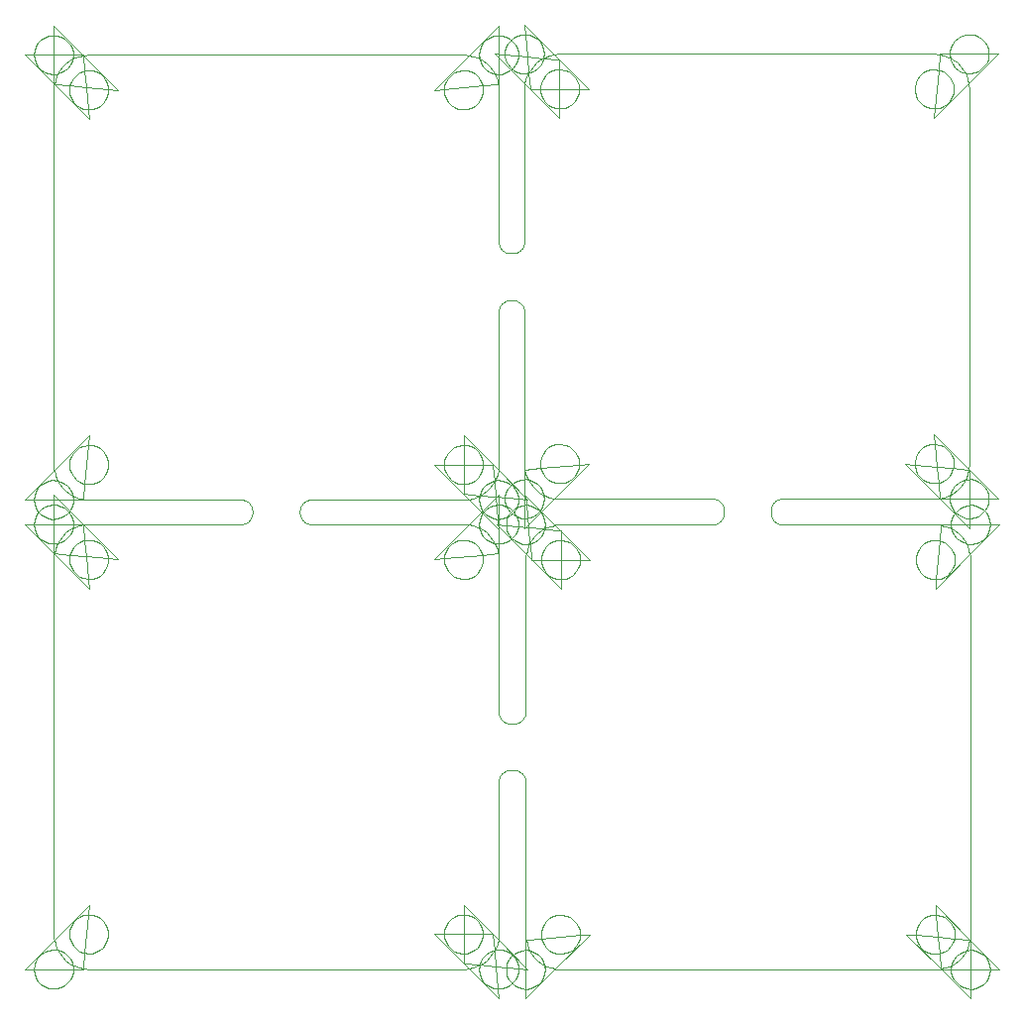
<source format=gko>
%MOIN*%
%OFA0B0*%
%FSLAX44Y44*%
%IPPOS*%
%LPD*%
%ADD10C,0*%
D10*
X00016885Y00016051D02*
X00016885Y00016051D01*
X00016850Y00016053D01*
X00016850Y00017360D01*
X00016885Y00017362D01*
X00016985Y00017346D01*
X00017037Y00017249D01*
X00017138Y00017114D01*
X00017258Y00016995D01*
X00017392Y00016894D01*
X00017492Y00016840D01*
X00017506Y00016707D01*
X00017491Y00016566D01*
X00017445Y00016431D01*
X00017372Y00016309D01*
X00017275Y00016206D01*
X00017157Y00016127D01*
X00017025Y00016074D01*
X00016885Y00016051D01*
X00031811Y00015722D02*
X00031811Y00015722D01*
X00031811Y00016053D01*
X00031704Y00016059D01*
X00031568Y00016097D01*
X00031442Y00016163D01*
X00031334Y00016255D01*
X00031248Y00016368D01*
X00031189Y00016497D01*
X00031158Y00016636D01*
X00031158Y00016707D01*
X00030826Y00016707D01*
X00030825Y00016725D01*
X00030962Y00016754D01*
X00031120Y00016813D01*
X00031172Y00016842D01*
X00031189Y00016916D01*
X00031248Y00017045D01*
X00031334Y00017158D01*
X00031442Y00017250D01*
X00031568Y00017316D01*
X00031676Y00017346D01*
X00031704Y00017397D01*
X00031763Y00017555D01*
X00031793Y00017692D01*
X00031268Y00017740D01*
X00031270Y00017747D01*
X00031286Y00017888D01*
X00031270Y00018029D01*
X00031225Y00018163D01*
X00031152Y00018285D01*
X00031054Y00018388D01*
X00030937Y00018467D01*
X00030805Y00018520D01*
X00030665Y00018543D01*
X00030659Y00018543D01*
X00030728Y00017789D01*
X00031268Y00017740D01*
X00031225Y00017612D01*
X00031152Y00017491D01*
X00031054Y00017388D01*
X00030937Y00017308D01*
X00030805Y00017255D01*
X00030777Y00017251D01*
X00030825Y00016725D01*
X00030811Y00016722D01*
X00031811Y00015722D01*
X00018031Y00029502D02*
X00018031Y00029502D01*
X00016865Y00030668D01*
X00016898Y00030819D01*
X00016957Y00030977D01*
X00016985Y00031028D01*
X00016997Y00031030D01*
X00016996Y00031048D01*
X00017037Y00031125D01*
X00017138Y00031260D01*
X00017258Y00031379D01*
X00017392Y00031480D01*
X00017469Y00031521D01*
X00016948Y00031569D01*
X00016880Y00032322D01*
X00016885Y00032322D01*
X00017025Y00032299D01*
X00017157Y00032247D01*
X00017275Y00032167D01*
X00017372Y00032064D01*
X00017445Y00031943D01*
X00017491Y00031808D01*
X00017506Y00031667D01*
X00017492Y00031534D01*
X00017469Y00031521D01*
X00017489Y00031520D01*
X00017445Y00031392D01*
X00017372Y00031270D01*
X00017275Y00031167D01*
X00017157Y00031087D01*
X00017025Y00031035D01*
X00016997Y00031030D01*
X00017047Y00030486D01*
X00017379Y00030486D01*
X00017379Y00030415D01*
X00017409Y00030277D01*
X00017469Y00030148D01*
X00017555Y00030035D01*
X00017663Y00029943D01*
X00017788Y00029877D01*
X00017925Y00029839D01*
X00018031Y00029833D01*
X00018031Y00029502D01*
X00016925Y00000225D02*
X00016925Y00000225D01*
X00016889Y00000227D01*
X00016889Y00001533D01*
X00016925Y00001535D01*
X00017024Y00001519D01*
X00017077Y00001422D01*
X00017178Y00001287D01*
X00017297Y00001168D01*
X00017432Y00001067D01*
X00017531Y00001013D01*
X00017545Y00000880D01*
X00017530Y00000739D01*
X00017485Y00000604D01*
X00017412Y00000483D01*
X00017314Y00000380D01*
X00017197Y00000300D01*
X00017065Y00000248D01*
X00016925Y00000225D01*
X00031850Y-00000103D02*
X00031850Y-00000103D01*
X00031850Y00000227D01*
X00031744Y00000232D01*
X00031607Y00000270D01*
X00031482Y00000337D01*
X00031374Y00000429D01*
X00031288Y00000542D01*
X00031228Y00000670D01*
X00031198Y00000809D01*
X00031198Y00000880D01*
X00030866Y00000880D01*
X00030864Y00000898D01*
X00031002Y00000928D01*
X00031159Y00000987D01*
X00031212Y00001015D01*
X00031228Y00001089D01*
X00031288Y00001218D01*
X00031374Y00001331D01*
X00031482Y00001423D01*
X00031607Y00001489D01*
X00031715Y00001519D01*
X00031743Y00001570D01*
X00031802Y00001728D01*
X00031832Y00001866D01*
X00031307Y00001913D01*
X00031310Y00001920D01*
X00031325Y00002061D01*
X00031310Y00002202D01*
X00031264Y00002336D01*
X00031191Y00002458D01*
X00031094Y00002561D01*
X00030976Y00002641D01*
X00030844Y00002693D01*
X00030704Y00002716D01*
X00030699Y00002716D01*
X00030767Y00001962D01*
X00031307Y00001913D01*
X00031264Y00001785D01*
X00031191Y00001664D01*
X00031094Y00001561D01*
X00030976Y00001481D01*
X00030844Y00001429D01*
X00030816Y00001424D01*
X00030864Y00000898D01*
X00030851Y00000895D01*
X00031850Y-00000103D01*
X00018070Y00013675D02*
X00018070Y00013675D01*
X00016904Y00014841D01*
X00016937Y00014992D01*
X00016996Y00015150D01*
X00017024Y00015202D01*
X00017037Y00015204D01*
X00017035Y00015221D01*
X00017077Y00015298D01*
X00017178Y00015433D01*
X00017297Y00015552D01*
X00017432Y00015653D01*
X00017508Y00015695D01*
X00016988Y00015742D01*
X00016919Y00016495D01*
X00016925Y00016496D01*
X00017065Y00016473D01*
X00017197Y00016420D01*
X00017314Y00016341D01*
X00017412Y00016238D01*
X00017485Y00016116D01*
X00017530Y00015982D01*
X00017545Y00015840D01*
X00017531Y00015707D01*
X00017508Y00015695D01*
X00017528Y00015693D01*
X00017485Y00015565D01*
X00017412Y00015443D01*
X00017314Y00015340D01*
X00017197Y00015261D01*
X00017065Y00015208D01*
X00017037Y00015204D01*
X00017086Y00014659D01*
X00017418Y00014659D01*
X00017418Y00014588D01*
X00017449Y00014450D01*
X00017508Y00014321D01*
X00017594Y00014208D01*
X00017702Y00014116D01*
X00017827Y00014050D01*
X00017964Y00014012D01*
X00018070Y00014006D01*
X00018070Y00013675D01*
X00015948Y00032294D02*
X00015948Y00032294D01*
X00015984Y00032292D01*
X00015984Y00030986D01*
X00015948Y00030984D01*
X00015849Y00031000D01*
X00015796Y00031096D01*
X00015695Y00031231D01*
X00015576Y00031350D01*
X00015441Y00031451D01*
X00015342Y00031505D01*
X00015328Y00031639D01*
X00015343Y00031780D01*
X00015388Y00031914D01*
X00015461Y00032036D01*
X00015559Y00032139D01*
X00015676Y00032219D01*
X00015808Y00032271D01*
X00015948Y00032294D01*
X00001023Y00032623D02*
X00001023Y00032623D01*
X00001023Y00032292D01*
X00001129Y00032286D01*
X00001266Y00032248D01*
X00001391Y00032182D01*
X00001499Y00032090D01*
X00001585Y00031977D01*
X00001645Y00031848D01*
X00001675Y00031710D01*
X00001675Y00031639D01*
X00002007Y00031639D01*
X00002009Y00031621D01*
X00001871Y00031591D01*
X00001714Y00031532D01*
X00001661Y00031504D01*
X00001645Y00031429D01*
X00001585Y00031301D01*
X00001499Y00031188D01*
X00001391Y00031096D01*
X00001266Y00031029D01*
X00001158Y00030999D01*
X00001130Y00030948D01*
X00001071Y00030791D01*
X00001041Y00030653D01*
X00001566Y00030605D01*
X00001563Y00030599D01*
X00001548Y00030458D01*
X00001563Y00030317D01*
X00001609Y00030182D01*
X00001682Y00030061D01*
X00001779Y00029958D01*
X00001897Y00029878D01*
X00002029Y00029826D01*
X00002169Y00029803D01*
X00002174Y00029803D01*
X00002106Y00030556D01*
X00001566Y00030605D01*
X00001609Y00030733D01*
X00001682Y00030855D01*
X00001779Y00030958D01*
X00001897Y00031037D01*
X00002029Y00031090D01*
X00002057Y00031095D01*
X00002009Y00031621D01*
X00002022Y00031624D01*
X00001023Y00032623D01*
X00014803Y00018844D02*
X00014803Y00018844D01*
X00015969Y00017678D01*
X00015936Y00017527D01*
X00015877Y00017369D01*
X00015849Y00017317D01*
X00015836Y00017315D01*
X00015838Y00017297D01*
X00015796Y00017221D01*
X00015695Y00017086D01*
X00015576Y00016967D01*
X00015441Y00016866D01*
X00015365Y00016824D01*
X00015885Y00016777D01*
X00015954Y00016023D01*
X00015948Y00016023D01*
X00015808Y00016046D01*
X00015676Y00016099D01*
X00015559Y00016178D01*
X00015461Y00016281D01*
X00015388Y00016403D01*
X00015343Y00016537D01*
X00015328Y00016678D01*
X00015342Y00016812D01*
X00015365Y00016824D01*
X00015345Y00016826D01*
X00015388Y00016954D01*
X00015461Y00017075D01*
X00015559Y00017178D01*
X00015676Y00017258D01*
X00015808Y00017310D01*
X00015836Y00017315D01*
X00015787Y00017859D01*
X00015455Y00017859D01*
X00015455Y00017930D01*
X00015424Y00018069D01*
X00015365Y00018198D01*
X00015279Y00018311D01*
X00015171Y00018402D01*
X00015046Y00018469D01*
X00014909Y00018507D01*
X00014803Y00018513D01*
X00014803Y00018844D01*
X00015948Y00016507D02*
X00015948Y00016507D01*
X00015984Y00016505D01*
X00015984Y00015198D01*
X00015948Y00015196D01*
X00015849Y00015213D01*
X00015796Y00015309D01*
X00015695Y00015444D01*
X00015576Y00015563D01*
X00015441Y00015664D01*
X00015342Y00015718D01*
X00015328Y00015851D01*
X00015343Y00015993D01*
X00015388Y00016127D01*
X00015461Y00016249D01*
X00015559Y00016352D01*
X00015676Y00016431D01*
X00015808Y00016484D01*
X00015948Y00016507D01*
X00001023Y00016836D02*
X00001023Y00016836D01*
X00001023Y00016505D01*
X00001129Y00016499D01*
X00001266Y00016461D01*
X00001391Y00016395D01*
X00001499Y00016303D01*
X00001585Y00016190D01*
X00001645Y00016061D01*
X00001675Y00015922D01*
X00001675Y00015851D01*
X00002007Y00015851D01*
X00002009Y00015834D01*
X00001871Y00015804D01*
X00001714Y00015745D01*
X00001661Y00015716D01*
X00001645Y00015642D01*
X00001585Y00015513D01*
X00001499Y00015400D01*
X00001391Y00015308D01*
X00001266Y00015242D01*
X00001158Y00015212D01*
X00001130Y00015161D01*
X00001071Y00015003D01*
X00001041Y00014866D01*
X00001566Y00014818D01*
X00001563Y00014811D01*
X00001548Y00014670D01*
X00001563Y00014529D01*
X00001609Y00014395D01*
X00001682Y00014273D01*
X00001779Y00014170D01*
X00001897Y00014091D01*
X00002029Y00014038D01*
X00002169Y00014015D01*
X00002174Y00014015D01*
X00002106Y00014769D01*
X00001566Y00014818D01*
X00001609Y00014946D01*
X00001682Y00015067D01*
X00001779Y00015170D01*
X00001897Y00015250D01*
X00002029Y00015303D01*
X00002057Y00015307D01*
X00002009Y00015834D01*
X00002022Y00015836D01*
X00001023Y00016836D01*
X00014803Y00003056D02*
X00014803Y00003056D01*
X00015969Y00001890D01*
X00015936Y00001739D01*
X00015877Y00001581D01*
X00015849Y00001530D01*
X00015836Y00001528D01*
X00015838Y00001510D01*
X00015796Y00001433D01*
X00015695Y00001298D01*
X00015576Y00001179D01*
X00015441Y00001078D01*
X00015365Y00001037D01*
X00015885Y00000989D01*
X00015954Y00000236D01*
X00015948Y00000236D01*
X00015808Y00000259D01*
X00015676Y00000311D01*
X00015559Y00000391D01*
X00015461Y00000494D01*
X00015388Y00000615D01*
X00015343Y00000750D01*
X00015328Y00000891D01*
X00015342Y00001024D01*
X00015365Y00001037D01*
X00015345Y00001038D01*
X00015388Y00001166D01*
X00015461Y00001288D01*
X00015559Y00001391D01*
X00015676Y00001471D01*
X00015808Y00001523D01*
X00015836Y00001528D01*
X00015787Y00002072D01*
X00015455Y00002072D01*
X00015455Y00002143D01*
X00015424Y00002281D01*
X00015365Y00002410D01*
X00015279Y00002523D01*
X00015171Y00002615D01*
X00015046Y00002682D01*
X00014909Y00002719D01*
X00014803Y00002725D01*
X00014803Y00003056D01*
X00002204Y00015851D02*
X00002204Y00015851D01*
X00002036Y00015839D01*
X00002022Y00015836D01*
X00003188Y00014670D01*
X00002857Y00014701D01*
X00002857Y00014741D01*
X00002826Y00014880D01*
X00002766Y00015009D01*
X00002681Y00015122D01*
X00002572Y00015213D01*
X00002447Y00015280D01*
X00002310Y00015318D01*
X00002169Y00015326D01*
X00002057Y00015307D01*
X00002106Y00014769D01*
X00002857Y00014701D01*
X00002857Y00014599D01*
X00002826Y00014461D01*
X00002766Y00014332D01*
X00002681Y00014219D01*
X00002572Y00014127D01*
X00002447Y00014061D01*
X00002310Y00014023D01*
X00002174Y00014015D01*
X00002204Y00013686D01*
X00001038Y00014852D01*
X00001041Y00014866D01*
X00001023Y00014867D01*
X00001023Y00015198D01*
X00001129Y00015204D01*
X00001158Y00015212D01*
X00001211Y00015309D01*
X00001312Y00015444D01*
X00001431Y00015563D01*
X00001566Y00015664D01*
X00001661Y00015716D01*
X00001675Y00015781D01*
X00001675Y00015851D01*
X00001023Y00015851D01*
X00001023Y00016505D01*
X00000988Y00016507D01*
X00000848Y00016484D01*
X00000716Y00016431D01*
X00000598Y00016352D01*
X00000501Y00016249D01*
X00000428Y00016127D01*
X00000382Y00015993D01*
X00000367Y00015851D01*
X00001023Y00015851D01*
X00001023Y00015198D01*
X00000988Y00015196D01*
X00000848Y00015219D01*
X00000716Y00015272D01*
X00000598Y00015351D01*
X00000501Y00015454D01*
X00000428Y00015576D01*
X00000382Y00015710D01*
X00000367Y00015851D01*
X00000039Y00015851D01*
X00001038Y00014852D01*
X00001035Y00014838D01*
X00001023Y00014670D01*
X00001023Y00002072D01*
X00001035Y00001904D01*
X00001038Y00001890D01*
X00000039Y00000891D01*
X00000367Y00000891D01*
X00000382Y00000750D01*
X00000428Y00000615D01*
X00000501Y00000494D01*
X00000598Y00000391D01*
X00000716Y00000311D01*
X00000848Y00000259D01*
X00000988Y00000236D01*
X00001129Y00000243D01*
X00001266Y00000281D01*
X00001391Y00000348D01*
X00001499Y00000440D01*
X00001585Y00000553D01*
X00001645Y00000681D01*
X00001675Y00000820D01*
X00001675Y00000891D01*
X00000367Y00000891D01*
X00000382Y00001032D01*
X00000428Y00001166D01*
X00000501Y00001288D01*
X00000598Y00001391D01*
X00000716Y00001471D01*
X00000848Y00001523D01*
X00000988Y00001546D01*
X00001129Y00001538D01*
X00001158Y00001531D01*
X00001211Y00001433D01*
X00001312Y00001298D01*
X00001431Y00001179D01*
X00001566Y00001078D01*
X00001661Y00001026D01*
X00001675Y00000962D01*
X00001675Y00000891D01*
X00002007Y00000891D01*
X00002009Y00000909D01*
X00001871Y00000939D01*
X00001714Y00000998D01*
X00001661Y00001026D01*
X00001645Y00001100D01*
X00001585Y00001229D01*
X00001499Y00001342D01*
X00001391Y00001434D01*
X00001266Y00001500D01*
X00001158Y00001531D01*
X00001130Y00001581D01*
X00001071Y00001739D01*
X00001038Y00001890D01*
X00002204Y00003056D01*
X00002174Y00002727D01*
X00002310Y00002719D01*
X00002447Y00002682D01*
X00002572Y00002615D01*
X00002681Y00002523D01*
X00002766Y00002410D01*
X00002826Y00002281D01*
X00002857Y00002143D01*
X00002857Y00002001D01*
X00002826Y00001862D01*
X00002766Y00001734D01*
X00002681Y00001621D01*
X00002572Y00001529D01*
X00002447Y00001462D01*
X00002310Y00001424D01*
X00002169Y00001417D01*
X00002057Y00001435D01*
X00002174Y00002727D01*
X00002169Y00002727D01*
X00002029Y00002704D01*
X00001897Y00002652D01*
X00001779Y00002572D01*
X00001682Y00002469D01*
X00001609Y00002347D01*
X00001563Y00002213D01*
X00001548Y00002072D01*
X00001563Y00001931D01*
X00001609Y00001796D01*
X00001682Y00001675D01*
X00001779Y00001572D01*
X00001897Y00001492D01*
X00002029Y00001440D01*
X00002057Y00001435D01*
X00002009Y00000909D01*
X00002036Y00000903D01*
X00002204Y00000891D01*
X00014803Y00000891D01*
X00014971Y00000903D01*
X00014984Y00000906D01*
X00013818Y00002072D01*
X00014146Y00002072D01*
X00014162Y00001931D01*
X00014207Y00001796D01*
X00014280Y00001675D01*
X00014378Y00001572D01*
X00014495Y00001492D01*
X00014627Y00001440D01*
X00014767Y00001417D01*
X00014803Y00001419D01*
X00014803Y00002072D01*
X00014146Y00002072D01*
X00014162Y00002213D01*
X00014207Y00002347D01*
X00014280Y00002469D01*
X00014378Y00002572D01*
X00014495Y00002652D01*
X00014627Y00002704D01*
X00014767Y00002727D01*
X00014803Y00002725D01*
X00014803Y00002072D01*
X00015455Y00002072D01*
X00015455Y00002001D01*
X00015424Y00001862D01*
X00015365Y00001734D01*
X00015279Y00001621D01*
X00015171Y00001529D01*
X00015046Y00001462D01*
X00014909Y00001424D01*
X00014803Y00001419D01*
X00014803Y00001088D01*
X00015345Y00001038D01*
X00015343Y00001032D01*
X00015342Y00001024D01*
X00015293Y00000998D01*
X00015135Y00000939D01*
X00014984Y00000906D01*
X00015984Y-00000092D01*
X00015954Y00000236D01*
X00016090Y00000243D01*
X00016227Y00000281D01*
X00016352Y00000348D01*
X00016460Y00000440D01*
X00016546Y00000553D01*
X00016606Y00000681D01*
X00016636Y00000820D01*
X00016636Y00000921D01*
X00015885Y00000989D01*
X00015838Y00001510D01*
X00015849Y00001530D01*
X00015948Y00001546D01*
X00016090Y00001538D01*
X00016227Y00001500D01*
X00016352Y00001434D01*
X00016460Y00001342D01*
X00016546Y00001229D01*
X00016606Y00001100D01*
X00016636Y00000962D01*
X00016636Y00000921D01*
X00016968Y00000891D01*
X00015969Y00001890D01*
X00015972Y00001904D01*
X00015984Y00002072D01*
X00015984Y00007190D01*
X00015985Y00007221D01*
X00015989Y00007252D01*
X00015995Y00007282D01*
X00016003Y00007312D01*
X00016014Y00007341D01*
X00016027Y00007369D01*
X00016042Y00007396D01*
X00016059Y00007421D01*
X00016078Y00007446D01*
X00016099Y00007468D01*
X00016122Y00007489D01*
X00016146Y00007508D01*
X00016172Y00007526D01*
X00016199Y00007541D01*
X00016227Y00007554D01*
X00016256Y00007564D01*
X00016286Y00007573D01*
X00016316Y00007579D01*
X00016347Y00007582D01*
X00016377Y00007584D01*
X00016496Y00007584D01*
X00016526Y00007582D01*
X00016557Y00007579D01*
X00016587Y00007573D01*
X00016617Y00007564D01*
X00016646Y00007554D01*
X00016674Y00007541D01*
X00016701Y00007526D01*
X00016727Y00007508D01*
X00016751Y00007489D01*
X00016774Y00007468D01*
X00016795Y00007446D01*
X00016814Y00007421D01*
X00016831Y00007396D01*
X00016846Y00007369D01*
X00016859Y00007341D01*
X00016870Y00007312D01*
X00016878Y00007282D01*
X00016884Y00007252D01*
X00016888Y00007221D01*
X00016889Y00007190D01*
X00016889Y00002061D01*
X00016901Y00001893D01*
X00016907Y00001866D01*
X00016889Y00001864D01*
X00016889Y00001533D01*
X00016783Y00001527D01*
X00016646Y00001489D01*
X00016521Y00001423D01*
X00016413Y00001331D01*
X00016327Y00001218D01*
X00016267Y00001089D01*
X00016237Y00000951D01*
X00016237Y00000809D01*
X00016267Y00000670D01*
X00016327Y00000542D01*
X00016413Y00000429D01*
X00016521Y00000337D01*
X00016646Y00000270D01*
X00016783Y00000232D01*
X00016889Y00000227D01*
X00016889Y-00000103D01*
X00017889Y00000895D01*
X00017738Y00000928D01*
X00017580Y00000987D01*
X00017531Y00001013D01*
X00017530Y00001021D01*
X00017485Y00001155D01*
X00017412Y00001277D01*
X00017314Y00001380D01*
X00017197Y00001460D01*
X00017065Y00001512D01*
X00017024Y00001519D01*
X00016996Y00001570D01*
X00016937Y00001728D01*
X00016907Y00001866D01*
X00017435Y00001914D01*
X00017418Y00001990D01*
X00017418Y00002132D01*
X00017449Y00002270D01*
X00017508Y00002399D01*
X00017594Y00002512D01*
X00017702Y00002604D01*
X00017827Y00002670D01*
X00017964Y00002708D01*
X00018106Y00002716D01*
X00018246Y00002693D01*
X00018378Y00002641D01*
X00018495Y00002561D01*
X00018593Y00002458D01*
X00018666Y00002336D01*
X00018711Y00002202D01*
X00018727Y00002061D01*
X00018723Y00002031D01*
X00017435Y00001914D01*
X00017449Y00001851D01*
X00017508Y00001723D01*
X00017594Y00001610D01*
X00017702Y00001518D01*
X00017827Y00001451D01*
X00017964Y00001413D01*
X00018106Y00001406D01*
X00018246Y00001429D01*
X00018378Y00001481D01*
X00018495Y00001561D01*
X00018593Y00001664D01*
X00018666Y00001785D01*
X00018711Y00001920D01*
X00018723Y00002031D01*
X00019055Y00002061D01*
X00017889Y00000895D01*
X00017902Y00000892D01*
X00018070Y00000880D01*
X00030669Y00000880D01*
X00030837Y00000892D01*
X00030851Y00000895D01*
X00029685Y00002061D01*
X00030016Y00002031D01*
X00030016Y00001990D01*
X00030047Y00001851D01*
X00030107Y00001723D01*
X00030192Y00001610D01*
X00030301Y00001518D01*
X00030426Y00001451D01*
X00030563Y00001413D01*
X00030704Y00001406D01*
X00030816Y00001424D01*
X00030767Y00001962D01*
X00030016Y00002031D01*
X00030016Y00002132D01*
X00030047Y00002270D01*
X00030107Y00002399D01*
X00030192Y00002512D01*
X00030301Y00002604D01*
X00030426Y00002670D01*
X00030563Y00002708D01*
X00030699Y00002716D01*
X00030669Y00003045D01*
X00031835Y00001879D01*
X00031832Y00001866D01*
X00031850Y00001864D01*
X00031850Y00001533D01*
X00031744Y00001527D01*
X00031715Y00001519D01*
X00031662Y00001422D01*
X00031561Y00001287D01*
X00031442Y00001168D01*
X00031307Y00001067D01*
X00031212Y00001015D01*
X00031198Y00000951D01*
X00031198Y00000880D01*
X00031850Y00000880D01*
X00031850Y00000227D01*
X00031885Y00000225D01*
X00032025Y00000248D01*
X00032157Y00000300D01*
X00032275Y00000380D01*
X00032372Y00000483D01*
X00032445Y00000604D01*
X00032491Y00000739D01*
X00032506Y00000880D01*
X00031850Y00000880D01*
X00031850Y00001533D01*
X00031885Y00001535D01*
X00032025Y00001512D01*
X00032157Y00001460D01*
X00032275Y00001380D01*
X00032372Y00001277D01*
X00032445Y00001155D01*
X00032491Y00001021D01*
X00032506Y00000880D01*
X00032834Y00000880D01*
X00031835Y00001879D01*
X00031838Y00001893D01*
X00031850Y00002061D01*
X00031850Y00014659D01*
X00031838Y00014827D01*
X00031835Y00014841D01*
X00032834Y00015840D01*
X00032506Y00015840D01*
X00032491Y00015982D01*
X00032445Y00016116D01*
X00032372Y00016238D01*
X00032275Y00016341D01*
X00032157Y00016420D01*
X00032025Y00016473D01*
X00031885Y00016496D01*
X00031744Y00016488D01*
X00031607Y00016450D01*
X00031482Y00016384D01*
X00031374Y00016292D01*
X00031288Y00016179D01*
X00031228Y00016050D01*
X00031198Y00015911D01*
X00031198Y00015840D01*
X00032506Y00015840D01*
X00032491Y00015699D01*
X00032445Y00015565D01*
X00032372Y00015443D01*
X00032275Y00015340D01*
X00032157Y00015261D01*
X00032025Y00015208D01*
X00031885Y00015185D01*
X00031744Y00015193D01*
X00031715Y00015201D01*
X00031662Y00015298D01*
X00031561Y00015433D01*
X00031442Y00015552D01*
X00031307Y00015653D01*
X00031212Y00015705D01*
X00031198Y00015770D01*
X00031198Y00015840D01*
X00030866Y00015840D01*
X00030864Y00015823D01*
X00031002Y00015793D01*
X00031159Y00015734D01*
X00031212Y00015705D01*
X00031228Y00015631D01*
X00031288Y00015502D01*
X00031374Y00015389D01*
X00031482Y00015297D01*
X00031607Y00015231D01*
X00031715Y00015201D01*
X00031743Y00015150D01*
X00031802Y00014992D01*
X00031835Y00014841D01*
X00030669Y00013675D01*
X00030699Y00014004D01*
X00030563Y00014012D01*
X00030426Y00014050D01*
X00030301Y00014116D01*
X00030192Y00014208D01*
X00030107Y00014321D01*
X00030047Y00014450D01*
X00030016Y00014588D01*
X00030016Y00014730D01*
X00030047Y00014869D01*
X00030107Y00014998D01*
X00030192Y00015111D01*
X00030301Y00015202D01*
X00030426Y00015269D01*
X00030563Y00015307D01*
X00030704Y00015315D01*
X00030816Y00015296D01*
X00030699Y00014004D01*
X00030704Y00014004D01*
X00030844Y00014027D01*
X00030976Y00014080D01*
X00031094Y00014159D01*
X00031191Y00014262D01*
X00031264Y00014384D01*
X00031310Y00014518D01*
X00031325Y00014659D01*
X00031310Y00014800D01*
X00031264Y00014935D01*
X00031191Y00015056D01*
X00031094Y00015159D01*
X00030976Y00015239D01*
X00030844Y00015292D01*
X00030816Y00015296D01*
X00030864Y00015823D01*
X00030837Y00015828D01*
X00030669Y00015840D01*
X00025533Y00015840D01*
X00025502Y00015842D01*
X00025471Y00015845D01*
X00025441Y00015851D01*
X00025411Y00015860D01*
X00025382Y00015870D01*
X00025354Y00015883D01*
X00025327Y00015898D01*
X00025302Y00015916D01*
X00025277Y00015935D01*
X00025255Y00015956D01*
X00025234Y00015978D01*
X00025214Y00016003D01*
X00025197Y00016028D01*
X00025182Y00016055D01*
X00025169Y00016083D01*
X00025159Y00016112D01*
X00025150Y00016142D01*
X00025144Y00016173D01*
X00025140Y00016203D01*
X00025139Y00016234D01*
X00025139Y00016313D01*
X00025140Y00016344D01*
X00025144Y00016374D01*
X00025150Y00016405D01*
X00025159Y00016435D01*
X00025169Y00016464D01*
X00025182Y00016492D01*
X00025197Y00016519D01*
X00025214Y00016544D01*
X00025234Y00016569D01*
X00025255Y00016591D01*
X00025277Y00016612D01*
X00025302Y00016631D01*
X00025327Y00016649D01*
X00025354Y00016664D01*
X00025382Y00016677D01*
X00025411Y00016687D01*
X00025441Y00016696D01*
X00025471Y00016702D01*
X00025502Y00016705D01*
X00025533Y00016707D01*
X00030629Y00016707D01*
X00030798Y00016719D01*
X00030811Y00016722D01*
X00029645Y00017888D01*
X00029977Y00017858D01*
X00029977Y00017817D01*
X00030008Y00017678D01*
X00030067Y00017549D01*
X00030153Y00017436D01*
X00030261Y00017345D01*
X00030387Y00017278D01*
X00030523Y00017240D01*
X00030665Y00017232D01*
X00030777Y00017251D01*
X00030728Y00017789D01*
X00029977Y00017858D01*
X00029977Y00017959D01*
X00030008Y00018097D01*
X00030067Y00018226D01*
X00030153Y00018339D01*
X00030261Y00018431D01*
X00030387Y00018497D01*
X00030523Y00018535D01*
X00030659Y00018543D01*
X00030629Y00018872D01*
X00031796Y00017706D01*
X00031793Y00017692D01*
X00031811Y00017691D01*
X00031811Y00017360D01*
X00031704Y00017354D01*
X00031676Y00017346D01*
X00031623Y00017249D01*
X00031522Y00017114D01*
X00031403Y00016995D01*
X00031268Y00016894D01*
X00031172Y00016842D01*
X00031158Y00016778D01*
X00031158Y00016707D01*
X00031811Y00016707D01*
X00031811Y00016053D01*
X00031846Y00016051D01*
X00031986Y00016074D01*
X00032118Y00016127D01*
X00032235Y00016206D01*
X00032333Y00016309D01*
X00032406Y00016431D01*
X00032451Y00016566D01*
X00032467Y00016707D01*
X00031811Y00016707D01*
X00031811Y00017360D01*
X00031846Y00017362D01*
X00031986Y00017339D01*
X00032118Y00017286D01*
X00032235Y00017207D01*
X00032333Y00017104D01*
X00032406Y00016982D01*
X00032451Y00016848D01*
X00032467Y00016707D01*
X00032795Y00016707D01*
X00031796Y00017706D01*
X00031799Y00017720D01*
X00031811Y00017888D01*
X00031811Y00030486D01*
X00031799Y00030654D01*
X00031796Y00030668D01*
X00032795Y00031667D01*
X00032467Y00031667D01*
X00032451Y00031808D01*
X00032406Y00031943D01*
X00032333Y00032064D01*
X00032235Y00032167D01*
X00032118Y00032247D01*
X00031986Y00032299D01*
X00031846Y00032322D01*
X00031704Y00032315D01*
X00031568Y00032277D01*
X00031442Y00032210D01*
X00031334Y00032118D01*
X00031248Y00032006D01*
X00031189Y00031877D01*
X00031158Y00031738D01*
X00031158Y00031667D01*
X00032467Y00031667D01*
X00032451Y00031526D01*
X00032406Y00031392D01*
X00032333Y00031270D01*
X00032235Y00031167D01*
X00032118Y00031087D01*
X00031986Y00031035D01*
X00031846Y00031012D01*
X00031704Y00031020D01*
X00031676Y00031028D01*
X00031623Y00031125D01*
X00031522Y00031260D01*
X00031403Y00031379D01*
X00031268Y00031480D01*
X00031172Y00031532D01*
X00031158Y00031596D01*
X00031158Y00031667D01*
X00030826Y00031667D01*
X00030825Y00031649D01*
X00030962Y00031619D01*
X00031120Y00031560D01*
X00031172Y00031532D01*
X00031189Y00031458D01*
X00031248Y00031329D01*
X00031334Y00031216D01*
X00031442Y00031124D01*
X00031568Y00031058D01*
X00031676Y00031028D01*
X00031704Y00030977D01*
X00031763Y00030819D01*
X00031796Y00030668D01*
X00030629Y00029502D01*
X00030659Y00029831D01*
X00030523Y00029839D01*
X00030387Y00029877D01*
X00030261Y00029943D01*
X00030153Y00030035D01*
X00030067Y00030148D01*
X00030008Y00030277D01*
X00029977Y00030415D01*
X00029977Y00030557D01*
X00030008Y00030696D01*
X00030067Y00030824D01*
X00030153Y00030937D01*
X00030261Y00031029D01*
X00030387Y00031096D01*
X00030523Y00031134D01*
X00030665Y00031141D01*
X00030777Y00031123D01*
X00030659Y00029831D01*
X00030665Y00029831D01*
X00030805Y00029854D01*
X00030937Y00029906D01*
X00031054Y00029986D01*
X00031152Y00030089D01*
X00031225Y00030211D01*
X00031270Y00030345D01*
X00031286Y00030486D01*
X00031270Y00030627D01*
X00031225Y00030762D01*
X00031152Y00030883D01*
X00031054Y00030986D01*
X00030937Y00031066D01*
X00030805Y00031118D01*
X00030777Y00031123D01*
X00030825Y00031649D01*
X00030798Y00031655D01*
X00030629Y00031667D01*
X00018031Y00031667D01*
X00017863Y00031655D01*
X00017849Y00031652D01*
X00019015Y00030486D01*
X00018687Y00030486D01*
X00018672Y00030627D01*
X00018627Y00030762D01*
X00018553Y00030883D01*
X00018456Y00030986D01*
X00018338Y00031066D01*
X00018207Y00031118D01*
X00018067Y00031141D01*
X00018031Y00031139D01*
X00018031Y00030486D01*
X00018687Y00030486D01*
X00018672Y00030345D01*
X00018627Y00030211D01*
X00018553Y00030089D01*
X00018456Y00029986D01*
X00018338Y00029906D01*
X00018207Y00029854D01*
X00018067Y00029831D01*
X00018031Y00029833D01*
X00018031Y00030486D01*
X00017379Y00030486D01*
X00017379Y00030557D01*
X00017409Y00030696D01*
X00017469Y00030824D01*
X00017555Y00030937D01*
X00017663Y00031029D01*
X00017788Y00031096D01*
X00017925Y00031134D01*
X00018031Y00031139D01*
X00018031Y00031470D01*
X00017489Y00031520D01*
X00017491Y00031526D01*
X00017492Y00031534D01*
X00017540Y00031560D01*
X00017698Y00031619D01*
X00017849Y00031652D01*
X00016850Y00032651D01*
X00016880Y00032322D01*
X00016744Y00032315D01*
X00016607Y00032277D01*
X00016482Y00032210D01*
X00016374Y00032118D01*
X00016288Y00032006D01*
X00016228Y00031877D01*
X00016198Y00031738D01*
X00016198Y00031637D01*
X00016948Y00031569D01*
X00016996Y00031048D01*
X00016985Y00031028D01*
X00016885Y00031012D01*
X00016744Y00031020D01*
X00016607Y00031058D01*
X00016482Y00031124D01*
X00016374Y00031216D01*
X00016288Y00031329D01*
X00016228Y00031458D01*
X00016198Y00031596D01*
X00016198Y00031637D01*
X00015866Y00031667D01*
X00016865Y00030668D01*
X00016862Y00030654D01*
X00016850Y00030486D01*
X00016850Y00025356D01*
X00016849Y00025325D01*
X00016845Y00025294D01*
X00016839Y00025264D01*
X00016831Y00025234D01*
X00016820Y00025205D01*
X00016807Y00025177D01*
X00016792Y00025150D01*
X00016775Y00025124D01*
X00016756Y00025100D01*
X00016735Y00025077D01*
X00016712Y00025056D01*
X00016688Y00025037D01*
X00016662Y00025020D01*
X00016635Y00025005D01*
X00016607Y00024992D01*
X00016578Y00024981D01*
X00016548Y00024973D01*
X00016518Y00024967D01*
X00016487Y00024963D01*
X00016456Y00024962D01*
X00016377Y00024962D01*
X00016347Y00024963D01*
X00016316Y00024967D01*
X00016286Y00024973D01*
X00016256Y00024981D01*
X00016227Y00024992D01*
X00016199Y00025005D01*
X00016172Y00025020D01*
X00016146Y00025037D01*
X00016122Y00025056D01*
X00016099Y00025077D01*
X00016078Y00025100D01*
X00016059Y00025124D01*
X00016042Y00025150D01*
X00016027Y00025177D01*
X00016014Y00025205D01*
X00016003Y00025234D01*
X00015995Y00025264D01*
X00015989Y00025294D01*
X00015985Y00025325D01*
X00015984Y00025356D01*
X00015984Y00030458D01*
X00015972Y00030626D01*
X00015966Y00030653D01*
X00015984Y00030655D01*
X00015984Y00030986D01*
X00016090Y00030991D01*
X00016227Y00031029D01*
X00016352Y00031096D01*
X00016460Y00031188D01*
X00016546Y00031301D01*
X00016606Y00031429D01*
X00016636Y00031568D01*
X00016636Y00031710D01*
X00016606Y00031848D01*
X00016546Y00031977D01*
X00016460Y00032090D01*
X00016352Y00032182D01*
X00016227Y00032248D01*
X00016090Y00032286D01*
X00015984Y00032292D01*
X00015984Y00032623D01*
X00014984Y00031624D01*
X00015135Y00031591D01*
X00015293Y00031532D01*
X00015342Y00031505D01*
X00015343Y00031498D01*
X00015388Y00031363D01*
X00015461Y00031242D01*
X00015559Y00031139D01*
X00015676Y00031059D01*
X00015808Y00031007D01*
X00015849Y00031000D01*
X00015877Y00030948D01*
X00015936Y00030791D01*
X00015966Y00030653D01*
X00015438Y00030605D01*
X00015455Y00030529D01*
X00015455Y00030387D01*
X00015424Y00030248D01*
X00015365Y00030119D01*
X00015279Y00030007D01*
X00015171Y00029915D01*
X00015046Y00029848D01*
X00014909Y00029810D01*
X00014767Y00029803D01*
X00014627Y00029826D01*
X00014495Y00029878D01*
X00014378Y00029958D01*
X00014280Y00030061D01*
X00014207Y00030182D01*
X00014162Y00030317D01*
X00014146Y00030458D01*
X00014150Y00030488D01*
X00015438Y00030605D01*
X00015424Y00030667D01*
X00015365Y00030796D01*
X00015279Y00030909D01*
X00015171Y00031001D01*
X00015046Y00031067D01*
X00014909Y00031105D01*
X00014767Y00031113D01*
X00014627Y00031090D01*
X00014495Y00031037D01*
X00014378Y00030958D01*
X00014280Y00030855D01*
X00014207Y00030733D01*
X00014162Y00030599D01*
X00014150Y00030488D01*
X00013818Y00030458D01*
X00014984Y00031624D01*
X00014971Y00031627D01*
X00014803Y00031639D01*
X00002204Y00031639D01*
X00002036Y00031627D01*
X00002022Y00031624D01*
X00003188Y00030458D01*
X00002857Y00030488D01*
X00002857Y00030529D01*
X00002826Y00030667D01*
X00002766Y00030796D01*
X00002681Y00030909D01*
X00002572Y00031001D01*
X00002447Y00031067D01*
X00002310Y00031105D01*
X00002169Y00031113D01*
X00002057Y00031095D01*
X00002106Y00030556D01*
X00002857Y00030488D01*
X00002857Y00030387D01*
X00002826Y00030248D01*
X00002766Y00030119D01*
X00002681Y00030007D01*
X00002572Y00029915D01*
X00002447Y00029848D01*
X00002310Y00029810D01*
X00002174Y00029803D01*
X00002204Y00029474D01*
X00001038Y00030640D01*
X00001041Y00030653D01*
X00001023Y00030655D01*
X00001023Y00030986D01*
X00001129Y00030991D01*
X00001158Y00030999D01*
X00001211Y00031096D01*
X00001312Y00031231D01*
X00001431Y00031350D01*
X00001566Y00031451D01*
X00001661Y00031504D01*
X00001675Y00031568D01*
X00001675Y00031639D01*
X00001023Y00031639D01*
X00001023Y00032292D01*
X00000988Y00032294D01*
X00000848Y00032271D01*
X00000716Y00032219D01*
X00000598Y00032139D01*
X00000501Y00032036D01*
X00000428Y00031914D01*
X00000382Y00031780D01*
X00000367Y00031639D01*
X00001023Y00031639D01*
X00001023Y00030986D01*
X00000988Y00030984D01*
X00000848Y00031007D01*
X00000716Y00031059D01*
X00000598Y00031139D01*
X00000501Y00031242D01*
X00000428Y00031363D01*
X00000382Y00031498D01*
X00000367Y00031639D01*
X00000039Y00031639D01*
X00001038Y00030640D01*
X00001035Y00030626D01*
X00001023Y00030458D01*
X00001023Y00017859D01*
X00001035Y00017691D01*
X00001038Y00017678D01*
X00000039Y00016678D01*
X00000367Y00016678D01*
X00000382Y00016537D01*
X00000428Y00016403D01*
X00000501Y00016281D01*
X00000598Y00016178D01*
X00000716Y00016099D01*
X00000848Y00016046D01*
X00000988Y00016023D01*
X00001129Y00016031D01*
X00001266Y00016069D01*
X00001391Y00016135D01*
X00001499Y00016227D01*
X00001585Y00016340D01*
X00001645Y00016469D01*
X00001675Y00016607D01*
X00001675Y00016678D01*
X00000367Y00016678D01*
X00000382Y00016819D01*
X00000428Y00016954D01*
X00000501Y00017075D01*
X00000598Y00017178D01*
X00000716Y00017258D01*
X00000848Y00017310D01*
X00000988Y00017333D01*
X00001129Y00017326D01*
X00001158Y00017318D01*
X00001211Y00017221D01*
X00001312Y00017086D01*
X00001431Y00016967D01*
X00001566Y00016866D01*
X00001661Y00016814D01*
X00001675Y00016749D01*
X00001675Y00016678D01*
X00002007Y00016678D01*
X00002009Y00016696D01*
X00001871Y00016726D01*
X00001714Y00016785D01*
X00001661Y00016814D01*
X00001645Y00016888D01*
X00001585Y00017017D01*
X00001499Y00017129D01*
X00001391Y00017221D01*
X00001266Y00017288D01*
X00001158Y00017318D01*
X00001130Y00017369D01*
X00001071Y00017527D01*
X00001038Y00017678D01*
X00002204Y00018844D01*
X00002174Y00018514D01*
X00002310Y00018507D01*
X00002447Y00018469D01*
X00002572Y00018402D01*
X00002681Y00018311D01*
X00002766Y00018198D01*
X00002826Y00018069D01*
X00002857Y00017930D01*
X00002857Y00017788D01*
X00002826Y00017650D01*
X00002766Y00017521D01*
X00002681Y00017408D01*
X00002572Y00017316D01*
X00002447Y00017250D01*
X00002310Y00017212D01*
X00002169Y00017204D01*
X00002057Y00017222D01*
X00002174Y00018514D01*
X00002169Y00018515D01*
X00002029Y00018492D01*
X00001897Y00018439D01*
X00001779Y00018359D01*
X00001682Y00018256D01*
X00001609Y00018135D01*
X00001563Y00018000D01*
X00001548Y00017859D01*
X00001563Y00017718D01*
X00001609Y00017584D01*
X00001682Y00017462D01*
X00001779Y00017359D01*
X00001897Y00017280D01*
X00002029Y00017227D01*
X00002057Y00017222D01*
X00002009Y00016696D01*
X00002036Y00016690D01*
X00002204Y00016678D01*
X00007313Y00016678D01*
X00007344Y00016677D01*
X00007375Y00016673D01*
X00007405Y00016667D01*
X00007435Y00016659D01*
X00007464Y00016648D01*
X00007492Y00016635D01*
X00007519Y00016620D01*
X00007545Y00016603D01*
X00007569Y00016584D01*
X00007592Y00016563D01*
X00007613Y00016540D01*
X00007632Y00016516D01*
X00007649Y00016490D01*
X00007664Y00016463D01*
X00007677Y00016435D01*
X00007688Y00016406D01*
X00007696Y00016376D01*
X00007702Y00016346D01*
X00007706Y00016315D01*
X00007707Y00016285D01*
X00007707Y00016245D01*
X00007706Y00016214D01*
X00007702Y00016184D01*
X00007696Y00016153D01*
X00007688Y00016124D01*
X00007677Y00016095D01*
X00007664Y00016066D01*
X00007649Y00016039D01*
X00007632Y00016014D01*
X00007613Y00015989D01*
X00007592Y00015967D01*
X00007569Y00015946D01*
X00007545Y00015927D01*
X00007519Y00015909D01*
X00007492Y00015894D01*
X00007464Y00015881D01*
X00007435Y00015871D01*
X00007405Y00015862D01*
X00007375Y00015856D01*
X00007344Y00015853D01*
X00007313Y00015851D01*
X00002204Y00015851D01*
X00015984Y00016836D02*
X00015984Y00016836D01*
X00014984Y00015836D01*
X00015135Y00015804D01*
X00015293Y00015745D01*
X00015342Y00015718D01*
X00015343Y00015710D01*
X00015388Y00015576D01*
X00015461Y00015454D01*
X00015559Y00015351D01*
X00015676Y00015272D01*
X00015808Y00015219D01*
X00015849Y00015213D01*
X00015877Y00015161D01*
X00015936Y00015003D01*
X00015966Y00014866D01*
X00015438Y00014818D01*
X00015455Y00014741D01*
X00015455Y00014599D01*
X00015424Y00014461D01*
X00015365Y00014332D01*
X00015279Y00014219D01*
X00015171Y00014127D01*
X00015046Y00014061D01*
X00014909Y00014023D01*
X00014767Y00014015D01*
X00014627Y00014038D01*
X00014495Y00014091D01*
X00014378Y00014170D01*
X00014280Y00014273D01*
X00014207Y00014395D01*
X00014162Y00014529D01*
X00014146Y00014670D01*
X00014150Y00014700D01*
X00015438Y00014818D01*
X00015424Y00014880D01*
X00015365Y00015009D01*
X00015279Y00015122D01*
X00015171Y00015213D01*
X00015046Y00015280D01*
X00014909Y00015318D01*
X00014767Y00015326D01*
X00014627Y00015303D01*
X00014495Y00015250D01*
X00014378Y00015170D01*
X00014280Y00015067D01*
X00014207Y00014946D01*
X00014162Y00014811D01*
X00014150Y00014700D01*
X00013818Y00014670D01*
X00014984Y00015836D01*
X00014971Y00015839D01*
X00014803Y00015851D01*
X00009694Y00015851D01*
X00009663Y00015853D01*
X00009632Y00015856D01*
X00009602Y00015862D01*
X00009572Y00015871D01*
X00009543Y00015881D01*
X00009515Y00015894D01*
X00009488Y00015909D01*
X00009462Y00015927D01*
X00009438Y00015946D01*
X00009415Y00015967D01*
X00009394Y00015989D01*
X00009375Y00016014D01*
X00009358Y00016039D01*
X00009343Y00016066D01*
X00009330Y00016095D01*
X00009319Y00016124D01*
X00009311Y00016153D01*
X00009305Y00016184D01*
X00009301Y00016214D01*
X00009300Y00016245D01*
X00009300Y00016285D01*
X00009301Y00016315D01*
X00009305Y00016346D01*
X00009311Y00016376D01*
X00009319Y00016406D01*
X00009330Y00016435D01*
X00009343Y00016463D01*
X00009358Y00016490D01*
X00009375Y00016516D01*
X00009394Y00016540D01*
X00009415Y00016563D01*
X00009438Y00016584D01*
X00009462Y00016603D01*
X00009488Y00016620D01*
X00009515Y00016635D01*
X00009543Y00016648D01*
X00009572Y00016659D01*
X00009602Y00016667D01*
X00009632Y00016673D01*
X00009663Y00016677D01*
X00009694Y00016678D01*
X00014803Y00016678D01*
X00014971Y00016690D01*
X00014984Y00016693D01*
X00013818Y00017859D01*
X00014146Y00017859D01*
X00014162Y00017718D01*
X00014207Y00017584D01*
X00014280Y00017462D01*
X00014378Y00017359D01*
X00014495Y00017280D01*
X00014627Y00017227D01*
X00014767Y00017204D01*
X00014803Y00017206D01*
X00014803Y00017859D01*
X00014146Y00017859D01*
X00014162Y00018000D01*
X00014207Y00018135D01*
X00014280Y00018256D01*
X00014378Y00018359D01*
X00014495Y00018439D01*
X00014627Y00018492D01*
X00014767Y00018515D01*
X00014803Y00018513D01*
X00014803Y00017859D01*
X00015455Y00017859D01*
X00015455Y00017788D01*
X00015424Y00017650D01*
X00015365Y00017521D01*
X00015279Y00017408D01*
X00015171Y00017316D01*
X00015046Y00017250D01*
X00014909Y00017212D01*
X00014803Y00017206D01*
X00014803Y00016875D01*
X00015345Y00016826D01*
X00015343Y00016819D01*
X00015342Y00016812D01*
X00015293Y00016785D01*
X00015135Y00016726D01*
X00014984Y00016693D01*
X00015984Y00015694D01*
X00015954Y00016023D01*
X00016090Y00016031D01*
X00016227Y00016069D01*
X00016352Y00016135D01*
X00016460Y00016227D01*
X00016546Y00016340D01*
X00016606Y00016469D01*
X00016636Y00016607D01*
X00016636Y00016708D01*
X00015885Y00016777D01*
X00015838Y00017297D01*
X00015849Y00017317D01*
X00015948Y00017333D01*
X00016090Y00017326D01*
X00016227Y00017288D01*
X00016352Y00017221D01*
X00016460Y00017129D01*
X00016546Y00017017D01*
X00016606Y00016888D01*
X00016636Y00016749D01*
X00016636Y00016708D01*
X00016968Y00016678D01*
X00015969Y00017678D01*
X00015972Y00017691D01*
X00015984Y00017859D01*
X00015984Y00022990D01*
X00015985Y00023021D01*
X00015989Y00023051D01*
X00015995Y00023082D01*
X00016003Y00023111D01*
X00016014Y00023140D01*
X00016027Y00023168D01*
X00016042Y00023195D01*
X00016059Y00023221D01*
X00016078Y00023245D01*
X00016099Y00023268D01*
X00016122Y00023289D01*
X00016146Y00023308D01*
X00016172Y00023325D01*
X00016199Y00023340D01*
X00016227Y00023353D01*
X00016256Y00023364D01*
X00016286Y00023372D01*
X00016316Y00023379D01*
X00016347Y00023382D01*
X00016377Y00023383D01*
X00016456Y00023383D01*
X00016487Y00023382D01*
X00016518Y00023379D01*
X00016548Y00023372D01*
X00016578Y00023364D01*
X00016607Y00023353D01*
X00016635Y00023340D01*
X00016662Y00023325D01*
X00016688Y00023308D01*
X00016712Y00023289D01*
X00016735Y00023268D01*
X00016756Y00023245D01*
X00016775Y00023221D01*
X00016792Y00023195D01*
X00016807Y00023168D01*
X00016820Y00023140D01*
X00016831Y00023111D01*
X00016839Y00023082D01*
X00016845Y00023051D01*
X00016849Y00023021D01*
X00016850Y00022990D01*
X00016850Y00017888D01*
X00016862Y00017720D01*
X00016868Y00017692D01*
X00016850Y00017691D01*
X00016850Y00017360D01*
X00016744Y00017354D01*
X00016607Y00017316D01*
X00016482Y00017250D01*
X00016374Y00017158D01*
X00016288Y00017045D01*
X00016228Y00016916D01*
X00016198Y00016778D01*
X00016198Y00016636D01*
X00016228Y00016497D01*
X00016288Y00016368D01*
X00016374Y00016255D01*
X00016482Y00016163D01*
X00016607Y00016097D01*
X00016744Y00016059D01*
X00016850Y00016053D01*
X00016850Y00015722D01*
X00017849Y00016722D01*
X00017698Y00016754D01*
X00017540Y00016813D01*
X00017492Y00016840D01*
X00017491Y00016848D01*
X00017445Y00016982D01*
X00017372Y00017104D01*
X00017275Y00017207D01*
X00017157Y00017286D01*
X00017025Y00017339D01*
X00016985Y00017346D01*
X00016957Y00017397D01*
X00016898Y00017555D01*
X00016868Y00017692D01*
X00017395Y00017740D01*
X00017379Y00017817D01*
X00017379Y00017959D01*
X00017409Y00018097D01*
X00017469Y00018226D01*
X00017555Y00018339D01*
X00017663Y00018431D01*
X00017788Y00018497D01*
X00017925Y00018535D01*
X00018067Y00018543D01*
X00018207Y00018520D01*
X00018338Y00018467D01*
X00018456Y00018388D01*
X00018553Y00018285D01*
X00018627Y00018163D01*
X00018672Y00018029D01*
X00018687Y00017888D01*
X00018684Y00017858D01*
X00017395Y00017740D01*
X00017409Y00017678D01*
X00017469Y00017549D01*
X00017555Y00017436D01*
X00017663Y00017345D01*
X00017788Y00017278D01*
X00017925Y00017240D01*
X00018067Y00017232D01*
X00018207Y00017255D01*
X00018338Y00017308D01*
X00018456Y00017388D01*
X00018553Y00017491D01*
X00018627Y00017612D01*
X00018672Y00017747D01*
X00018684Y00017858D01*
X00019015Y00017888D01*
X00017849Y00016722D01*
X00017863Y00016719D01*
X00018031Y00016707D01*
X00023167Y00016707D01*
X00023198Y00016705D01*
X00023228Y00016702D01*
X00023259Y00016696D01*
X00023288Y00016687D01*
X00023317Y00016677D01*
X00023346Y00016664D01*
X00023373Y00016649D01*
X00023398Y00016631D01*
X00023423Y00016612D01*
X00023445Y00016591D01*
X00023466Y00016569D01*
X00023485Y00016544D01*
X00023503Y00016519D01*
X00023518Y00016492D01*
X00023531Y00016464D01*
X00023541Y00016435D01*
X00023550Y00016405D01*
X00023556Y00016374D01*
X00023559Y00016344D01*
X00023561Y00016313D01*
X00023561Y00016234D01*
X00023559Y00016203D01*
X00023556Y00016173D01*
X00023550Y00016142D01*
X00023541Y00016112D01*
X00023531Y00016083D01*
X00023518Y00016055D01*
X00023503Y00016028D01*
X00023485Y00016003D01*
X00023466Y00015978D01*
X00023445Y00015956D01*
X00023423Y00015935D01*
X00023398Y00015916D01*
X00023373Y00015898D01*
X00023346Y00015883D01*
X00023317Y00015870D01*
X00023288Y00015860D01*
X00023259Y00015851D01*
X00023228Y00015845D01*
X00023198Y00015842D01*
X00023167Y00015840D01*
X00018070Y00015840D01*
X00017902Y00015828D01*
X00017889Y00015825D01*
X00019055Y00014659D01*
X00018727Y00014659D01*
X00018711Y00014800D01*
X00018666Y00014935D01*
X00018593Y00015056D01*
X00018495Y00015159D01*
X00018378Y00015239D01*
X00018246Y00015292D01*
X00018106Y00015315D01*
X00018070Y00015313D01*
X00018070Y00014659D01*
X00018727Y00014659D01*
X00018711Y00014518D01*
X00018666Y00014384D01*
X00018593Y00014262D01*
X00018495Y00014159D01*
X00018378Y00014080D01*
X00018246Y00014027D01*
X00018106Y00014004D01*
X00018070Y00014006D01*
X00018070Y00014659D01*
X00017418Y00014659D01*
X00017418Y00014730D01*
X00017449Y00014869D01*
X00017508Y00014998D01*
X00017594Y00015111D01*
X00017702Y00015202D01*
X00017827Y00015269D01*
X00017964Y00015307D01*
X00018070Y00015313D01*
X00018070Y00015644D01*
X00017528Y00015693D01*
X00017530Y00015699D01*
X00017531Y00015707D01*
X00017580Y00015734D01*
X00017738Y00015793D01*
X00017889Y00015825D01*
X00016889Y00016825D01*
X00016919Y00016495D01*
X00016783Y00016488D01*
X00016646Y00016450D01*
X00016521Y00016384D01*
X00016413Y00016292D01*
X00016327Y00016179D01*
X00016267Y00016050D01*
X00016237Y00015911D01*
X00016237Y00015810D01*
X00016988Y00015742D01*
X00017035Y00015221D01*
X00017024Y00015202D01*
X00016925Y00015185D01*
X00016783Y00015193D01*
X00016646Y00015231D01*
X00016521Y00015297D01*
X00016413Y00015389D01*
X00016327Y00015502D01*
X00016267Y00015631D01*
X00016237Y00015770D01*
X00016237Y00015810D01*
X00015905Y00015840D01*
X00016904Y00014841D01*
X00016901Y00014827D01*
X00016889Y00014659D01*
X00016889Y00009541D01*
X00016888Y00009510D01*
X00016884Y00009480D01*
X00016878Y00009449D01*
X00016870Y00009420D01*
X00016859Y00009391D01*
X00016846Y00009363D01*
X00016831Y00009336D01*
X00016814Y00009310D01*
X00016795Y00009286D01*
X00016774Y00009263D01*
X00016751Y00009242D01*
X00016727Y00009223D01*
X00016701Y00009206D01*
X00016674Y00009191D01*
X00016646Y00009178D01*
X00016617Y00009167D01*
X00016587Y00009158D01*
X00016557Y00009152D01*
X00016526Y00009149D01*
X00016496Y00009148D01*
X00016377Y00009148D01*
X00016347Y00009149D01*
X00016316Y00009152D01*
X00016286Y00009158D01*
X00016256Y00009167D01*
X00016227Y00009178D01*
X00016199Y00009191D01*
X00016172Y00009206D01*
X00016146Y00009223D01*
X00016122Y00009242D01*
X00016099Y00009263D01*
X00016078Y00009286D01*
X00016059Y00009310D01*
X00016042Y00009336D01*
X00016027Y00009363D01*
X00016014Y00009391D01*
X00016003Y00009420D01*
X00015995Y00009449D01*
X00015989Y00009480D01*
X00015985Y00009510D01*
X00015984Y00009541D01*
X00015984Y00014670D01*
X00015972Y00014838D01*
X00015966Y00014866D01*
X00015984Y00014867D01*
X00015984Y00015198D01*
X00016090Y00015204D01*
X00016227Y00015242D01*
X00016352Y00015308D01*
X00016460Y00015400D01*
X00016546Y00015513D01*
X00016606Y00015642D01*
X00016636Y00015781D01*
X00016636Y00015922D01*
X00016606Y00016061D01*
X00016546Y00016190D01*
X00016460Y00016303D01*
X00016352Y00016395D01*
X00016227Y00016461D01*
X00016090Y00016499D01*
X00015984Y00016505D01*
X00015984Y00016836D01*
M02*
</source>
